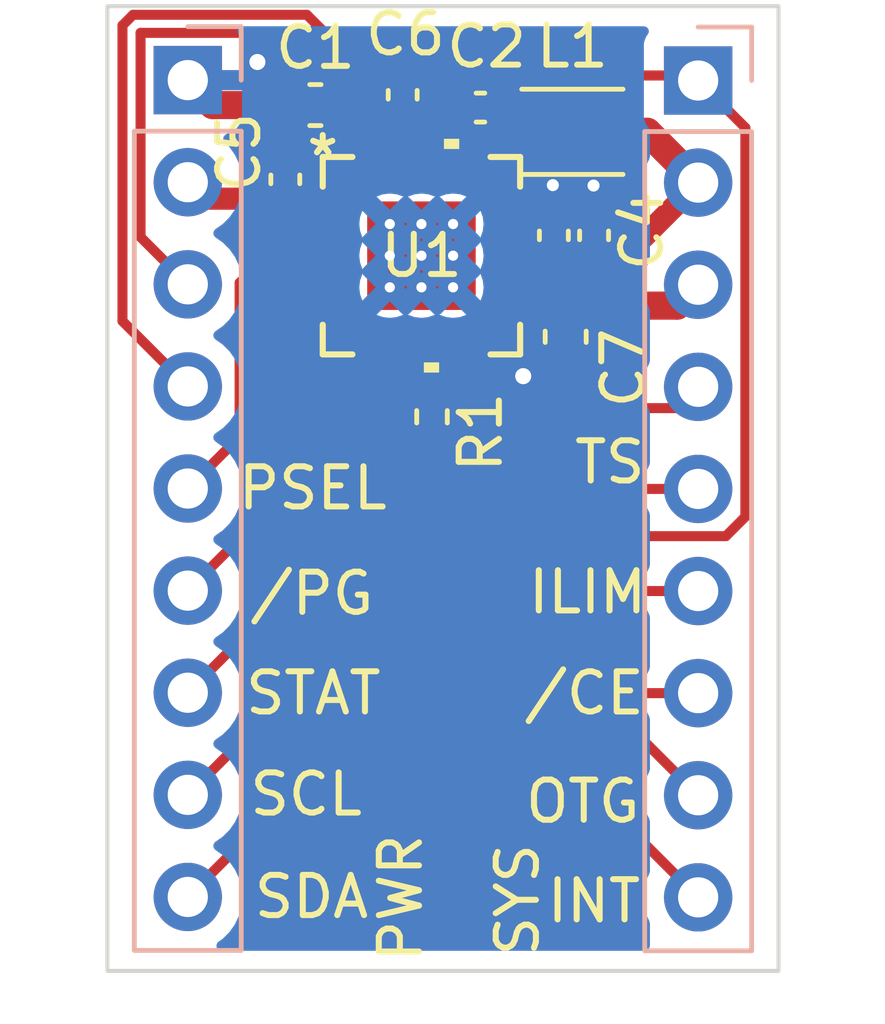
<source format=kicad_pcb>
(kicad_pcb (version 20221018) (generator pcbnew)
  (layers (0 "F.Cu" signal) (31 "B.Cu" signal) (34 "B.Paste" user) (35 "F.Paste" user) (36 "B.SilkS" user "B.Silkscreen") (37 "F.SilkS" user "F.Silkscreen") (38 "B.Mask" user) (39 "F.Mask" user) (44 "Edge.Cuts" user))
  (net 0 "")
  (net 1 "GND")
  (net 2 "/PMID")
  (net 3 "/SW")
  (net 4 "/BTST")
  (net 5 "/SYS")
  (net 6 "/VBUS")
  (net 7 "/REGN")
  (net 8 "GNDREF")
  (net 9 "/VBAT")
  (net 10 "/ILIM")
  (net 11 "/PSEL")
  (net 12 "/{slash}PG")
  (net 13 "/STAT")
  (net 14 "/SCL")
  (net 15 "/SDA")
  (net 16 "/INT")
  (net 17 "/OTG")
  (net 18 "/{slash}CE")
  (net 19 "/TS")
  (net 20 "/QON")
  (footprint "Project_Footprints:RGE24_2P7X2P7_TEX" (layer "F.Cu") (at 126.814198 64.20784)
    (fp_text reference "U1" (at 0 0 unlocked) (layer "F.SilkS"))
    (fp_text value "BQ24259RGER")
    (fp_text user "*" (at -2.456 -2.456 unlocked) (layer "F.SilkS"))
    (fp_line (start -2.456 -2.456) (end -2.456 -1.717994) (stroke (width 0.1524)) (layer "F.SilkS"))
    (fp_line (start -2.456 1.717994) (end -2.456 2.456) (stroke (width 0.1524)) (layer "F.SilkS"))
    (fp_line (start -2.456 2.456) (end -1.718309 2.456) (stroke (width 0.1524)) (layer "F.SilkS"))
    (fp_line (start -1.718309 -2.456) (end -2.456 -2.456) (stroke (width 0.1524)) (layer "F.SilkS"))
    (fp_line (start 1.718309 2.456) (end 2.456 2.456) (stroke (width 0.1524)) (layer "F.SilkS"))
    (fp_line (start 2.456 -2.456) (end 1.718309 -2.456) (stroke (width 0.1524)) (layer "F.SilkS"))
    (fp_line (start 2.456 -1.717994) (end 2.456 -2.456) (stroke (width 0.1524)) (layer "F.SilkS"))
    (fp_line (start 2.456 2.456) (end 2.456 1.717994) (stroke (width 0.1524)) (layer "F.SilkS"))
    (fp_poly (pts (xy 0.059563 2.654) (xy 0.059563 2.908) (xy 0.440563 2.908) (xy 0.440563 2.654)) (fill solid) (layer "F.SilkS"))
    (fp_poly (pts (xy 0.559689 -2.654) (xy 0.559689 -2.908) (xy 0.940689 -2.908) (xy 0.940689 -2.654)) (fill solid) (layer "F.SilkS"))
    (pad "1" smd rect (at -1.975 -1.25 90) (size 0.279908 0.849884) (layers "F.Cu" "F.Mask") (net 6 "/VBUS"))
    (pad "2" smd rect (at -1.975 -0.750001 90) (size 0.279908 0.849884) (layers "F.Cu" "F.Mask") (net 11 "/PSEL"))
    (pad "3" smd rect (at -1.975 -0.25 90) (size 0.279908 0.849884) (layers "F.Cu" "F.Mask") (net 12 "/{slash}PG"))
    (pad "4" smd rect (at -1.975 0.25 90) (size 0.279908 0.849884) (layers "F.Cu" "F.Mask") (net 13 "/STAT"))
    (pad "5" smd rect (at -1.975 0.750001 90) (size 0.279908 0.849884) (layers "F.Cu" "F.Mask") (net 14 "/SCL"))
    (pad "6" smd rect (at -1.975 1.25 90) (size 0.279908 0.849884) (layers "F.Cu" "F.Mask") (net 15 "/SDA"))
    (pad "7" smd rect (at -1.250315 1.975) (size 0.279908 0.849884) (layers "F.Cu" "F.Mask") (net 16 "/INT"))
    (pad "8" smd rect (at -0.750189 1.975) (size 0.279908 0.849884) (layers "F.Cu" "F.Mask") (net 17 "/OTG"))
    (pad "9" smd rect (at -0.250063 1.975) (size 0.279908 0.849884) (layers "F.Cu" "F.Mask") (net 18 "/{slash}CE"))
    (pad "10" smd rect (at 0.250063 1.975) (size 0.279908 0.849884) (layers "F.Cu" "F.Mask") (net 10 "/ILIM"))
    (pad "11" smd rect (at 0.750189 1.975) (size 0.279908 0.849884) (layers "F.Cu" "F.Mask") (net 19 "/TS"))
    (pad "12" smd rect (at 1.250315 1.975) (size 0.279908 0.849884) (layers "F.Cu" "F.Mask") (net 20 "/QON"))
    (pad "13" smd rect (at 1.975 1.25 90) (size 0.279908 0.849884) (layers "F.Cu" "F.Mask") (net 9 "/VBAT"))
    (pad "14" smd rect (at 1.975 0.750001 90) (size 0.279908 0.849884) (layers "F.Cu" "F.Mask") (net 9 "/VBAT"))
    (pad "15" smd rect (at 1.975 0.25 90) (size 0.279908 0.849884) (layers "F.Cu" "F.Mask") (net 5 "/SYS"))
    (pad "16" smd rect (at 1.975 -0.25 90) (size 0.279908 0.849884) (layers "F.Cu" "F.Mask") (net 5 "/SYS"))
    (pad "17" smd rect (at 1.975 -0.750001 90) (size 0.279908 0.849884) (layers "F.Cu" "F.Mask") (net 1 "GND"))
    (pad "18" smd rect (at 1.975 -1.25 90) (size 0.279908 0.849884) (layers "F.Cu" "F.Mask") (net 1 "GND"))
    (pad "19" smd rect (at 1.250315 -1.975) (size 0.279908 0.849884) (layers "F.Cu" "F.Mask") (net 3 "/SW"))
    (pad "20" smd rect (at 0.750189 -1.975) (size 0.279908 0.849884) (layers "F.Cu" "F.Mask") (net 3 "/SW"))
    (pad "21" smd rect (at 0.250063 -1.975) (size 0.279908 0.849884) (layers "F.Cu" "F.Mask") (net 4 "/BTST"))
    (pad "22" smd rect (at -0.250063 -1.975) (size 0.279908 0.849884) (layers "F.Cu" "F.Mask") (net 7 "/REGN"))
    (pad "23" smd rect (at -0.750189 -1.975) (size 0.279908 0.849884) (layers "F.Cu" "F.Mask") (net 2 "/PMID"))
    (pad "24" smd rect (at -1.250315 -1.975) (size 0.279908 0.849884) (layers "F.Cu" "F.Mask") (net 6 "/VBUS"))
    (pad "25" smd rect (at 0 0) (size 2.7 2.7) (layers "F.Cu") (net 1 "GND"))
    (pad "V" thru_hole circle (at -0.7874 -0.7874) (size 0.508 0.508) (drill 0.254) (layers "*.Cu" "*.Mask") (net 1 "GND"))
    (pad "V" thru_hole circle (at -0.7874 0) (size 0.508 0.508) (drill 0.254) (layers "*.Cu" "*.Mask") (net 1 "GND"))
    (pad "V" thru_hole circle (at -0.7874 0.7874) (size 0.508 0.508) (drill 0.254) (layers "*.Cu" "*.Mask") (net 1 "GND"))
    (pad "V" thru_hole circle (at 0 -0.7874) (size 0.508 0.508) (drill 0.254) (layers "*.Cu" "*.Mask") (net 1 "GND"))
    (pad "V" thru_hole circle (at 0 0) (size 0.508 0.508) (drill 0.254) (layers "*.Cu" "*.Mask") (net 1 "GND"))
    (pad "V" thru_hole circle (at 0 0.7874) (size 0.508 0.508) (drill 0.254) (layers "*.Cu" "*.Mask") (net 1 "GND"))
    (pad "V" thru_hole circle (at 0.7874 -0.7874) (size 0.508 0.508) (drill 0.254) (layers "*.Cu" "*.Mask") (net 1 "GND"))
    (pad "V" thru_hole circle (at 0.7874 0) (size 0.508 0.508) (drill 0.254) (layers "*.Cu" "*.Mask") (net 1 "GND"))
    (pad "V" thru_hole circle (at 0.7874 0.7874) (size 0.508 0.508) (drill 0.254) (layers "*.Cu" "*.Mask") (net 1 "GND"))
  )
  (footprint "Capacitor_SMD:C_0402_1005Metric" (layer "F.Cu") (at 126.34722 60.204912 90)
    (fp_text reference "C6" (at 1.509497 0.067888 180) (layer "F.SilkS"))
    (fp_text value "4u7")
    (fp_line (start -0.107836 -0.36) (end 0.107836 -0.36) (stroke (width 0.12)) (layer "F.SilkS"))
    (fp_line (start -0.107836 0.36) (end 0.107836 0.36) (stroke (width 0.12)) (layer "F.SilkS"))
    (pad "1" smd roundrect (at -0.48 0 90) (size 0.56 0.62) (layers "F.Cu" "F.Paste" "F.Mask") (net 7 "/REGN"))
    (pad "2" smd roundrect (at 0.48 0 90) (size 0.56 0.62) (layers "F.Cu" "F.Paste" "F.Mask") (net 8 "GNDREF"))
  )
  (footprint "Capacitor_SMD:C_0603_1608Metric" (layer "F.Cu") (at 130.403034 66.225 -90)
    (fp_text reference "C7" (at 0.775 -1.43 90) (layer "F.SilkS"))
    (fp_text value "10u")
    (fp_line (start -0.14058 -0.51) (end 0.14058 -0.51) (stroke (width 0.12)) (layer "F.SilkS"))
    (fp_line (start -0.14058 0.51) (end 0.14058 0.51) (stroke (width 0.12)) (layer "F.SilkS"))
    (pad "1" smd roundrect (at -0.775 0 270) (size 0.9 0.95) (layers "F.Cu" "F.Paste" "F.Mask") (net 9 "/VBAT"))
    (pad "2" smd roundrect (at 0.775 0 270) (size 0.9 0.95) (layers "F.Cu" "F.Paste" "F.Mask") (net 1 "GND"))
  )
  (footprint "Inductor_SMD:L_Murata_DFE201610P" (layer "F.Cu") (at 130.569337 61.126126)
    (fp_text reference "L1" (at 0 -2.126126) (layer "F.SilkS"))
    (fp_text value "1u")
    (fp_line (start -1.26 -1.06) (end 1.26 -1.06) (stroke (width 0.12)) (layer "F.SilkS"))
    (fp_line (start -1.26 1.06) (end 1.26 1.06) (stroke (width 0.12)) (layer "F.SilkS"))
    (pad "1" smd rect (at -0.725 0) (size 0.55 1.6) (layers "F.Cu" "F.Paste" "F.Mask") (net 3 "/SW"))
    (pad "2" smd rect (at 0.725 0) (size 0.55 1.6) (layers "F.Cu" "F.Paste" "F.Mask") (net 5 "/SYS"))
  )
  (footprint "Capacitor_SMD:C_0603_1608Metric" (layer "F.Cu") (at 124.17541 60.460915)
    (fp_text reference "C1" (at 0 -1.43) (layer "F.SilkS"))
    (fp_text value "22u")
    (fp_line (start -0.14058 -0.51) (end 0.14058 -0.51) (stroke (width 0.12)) (layer "F.SilkS"))
    (fp_line (start -0.14058 0.51) (end 0.14058 0.51) (stroke (width 0.12)) (layer "F.SilkS"))
    (pad "1" smd roundrect (at -0.775 0) (size 0.9 0.95) (layers "F.Cu" "F.Paste" "F.Mask") (net 1 "GND"))
    (pad "2" smd roundrect (at 0.775 0) (size 0.9 0.95) (layers "F.Cu" "F.Paste" "F.Mask") (net 2 "/PMID"))
  )
  (footprint "Capacitor_SMD:C_0402_1005Metric" (layer "F.Cu") (at 131.109821 63.701941 90)
    (fp_text reference "C4" (at 0.11766 1.190586 90) (layer "F.SilkS"))
    (fp_text value "10u")
    (fp_line (start -0.107836 -0.36) (end 0.107836 -0.36) (stroke (width 0.12)) (layer "F.SilkS"))
    (fp_line (start -0.107836 0.36) (end 0.107836 0.36) (stroke (width 0.12)) (layer "F.SilkS"))
    (pad "1" smd roundrect (at -0.48 0 90) (size 0.56 0.62) (layers "F.Cu" "F.Paste" "F.Mask") (net 5 "/SYS"))
    (pad "2" smd roundrect (at 0.48 0 90) (size 0.56 0.62) (layers "F.Cu" "F.Paste" "F.Mask") (net 1 "GND"))
  )
  (footprint "Capacitor_SMD:C_0402_1005Metric" (layer "F.Cu") (at 128.282673 60.523279 180)
    (fp_text reference "C2" (at -0.152826 1.523279) (layer "F.SilkS"))
    (fp_text value "47n")
    (fp_line (start -0.107836 -0.36) (end 0.107836 -0.36) (stroke (width 0.12)) (layer "F.SilkS"))
    (fp_line (start -0.107836 0.36) (end 0.107836 0.36) (stroke (width 0.12)) (layer "F.SilkS"))
    (pad "1" smd roundrect (at -0.48 0 180) (size 0.56 0.62) (layers "F.Cu" "F.Paste" "F.Mask") (net 3 "/SW"))
    (pad "2" smd roundrect (at 0.48 0 180) (size 0.56 0.62) (layers "F.Cu" "F.Paste" "F.Mask") (net 4 "/BTST"))
  )
  (footprint "Capacitor_SMD:C_0402_1005Metric" (layer "F.Cu") (at 130.109821 63.701941 90)
    (fp_text reference "C3" hide)
    (fp_text value "10u")
    (fp_line (start -0.107836 -0.36) (end 0.107836 -0.36) (stroke (width 0.12)) (layer "F.SilkS"))
    (fp_line (start -0.107836 0.36) (end 0.107836 0.36) (stroke (width 0.12)) (layer "F.SilkS"))
    (pad "1" smd roundrect (at -0.48 0 90) (size 0.56 0.62) (layers "F.Cu" "F.Paste" "F.Mask") (net 5 "/SYS"))
    (pad "2" smd roundrect (at 0.48 0 90) (size 0.56 0.62) (layers "F.Cu" "F.Paste" "F.Mask") (net 1 "GND"))
  )
  (footprint "Capacitor_SMD:C_0402_1005Metric" (layer "F.Cu") (at 123.427048 62.309154 -90)
    (fp_text reference "C5" (at -0.670453 1.152494 -90) (layer "F.SilkS"))
    (fp_text value "1u")
    (fp_line (start -0.107836 -0.36) (end 0.107836 -0.36) (stroke (width 0.12)) (layer "F.SilkS"))
    (fp_line (start -0.107836 0.36) (end 0.107836 0.36) (stroke (width 0.12)) (layer "F.SilkS"))
    (pad "1" smd roundrect (at -0.48 0 270) (size 0.56 0.62) (layers "F.Cu" "F.Paste" "F.Mask") (net 1 "GND"))
    (pad "2" smd roundrect (at 0.48 0 270) (size 0.56 0.62) (layers "F.Cu" "F.Paste" "F.Mask") (net 6 "/VBUS"))
  )
  (footprint "Resistor_SMD:R_0402_1005Metric" (layer "F.Cu") (at 127.076977 68.214784 90)
    (fp_text reference "R1" (at -0.38304 1.208863 90) (layer "F.SilkS"))
    (fp_text value "220")
    (fp_line (start -0.153641 -0.38) (end 0.153641 -0.38) (stroke (width 0.12)) (layer "F.SilkS"))
    (fp_line (start -0.153641 0.38) (end 0.153641 0.38) (stroke (width 0.12)) (layer "F.SilkS"))
    (pad "1" smd roundrect (at -0.51 0 90) (size 0.54 0.64) (layers "F.Cu" "F.Paste" "F.Mask") (net 8 "GNDREF"))
    (pad "2" smd roundrect (at 0.51 0 90) (size 0.54 0.64) (layers "F.Cu" "F.Paste" "F.Mask") (net 10 "/ILIM"))
  )
  (footprint "Connector_PinHeader_2.54mm:PinHeader_1x09_P2.54mm_Vertical" (layer "B.Cu") (at 133.7 59.85 180)
    (fp_text reference "J2" hide)
    (fp_text value "Conn_01x09")
    (fp_line (start -1.33 -21.65) (end 1.33 -21.65) (stroke (width 0.12)) (layer "B.SilkS"))
    (fp_line (start -1.33 -1.27) (end -1.33 -21.65) (stroke (width 0.12)) (layer "B.SilkS"))
    (fp_line (start -1.33 -1.27) (end 1.33 -1.27) (stroke (width 0.12)) (layer "B.SilkS"))
    (fp_line (start -1.33 0) (end -1.33 1.33) (stroke (width 0.12)) (layer "B.SilkS"))
    (fp_line (start -1.33 1.33) (end 0 1.33) (stroke (width 0.12)) (layer "B.SilkS"))
    (fp_line (start 1.33 -1.27) (end 1.33 -21.65) (stroke (width 0.12)) (layer "B.SilkS"))
    (pad "1" thru_hole rect (at 0 0 180) (size 1.7 1.7) (drill 1) (layers "*.Cu" "*.Mask") (net 8 "GNDREF"))
    (pad "2" thru_hole oval (at 0 -2.54 180) (size 1.7 1.7) (drill 1) (layers "*.Cu" "*.Mask") (net 5 "/SYS"))
    (pad "3" thru_hole oval (at 0 -5.08 180) (size 1.7 1.7) (drill 1) (layers "*.Cu" "*.Mask") (net 9 "/VBAT"))
    (pad "4" thru_hole oval (at 0 -7.62 180) (size 1.7 1.7) (drill 1) (layers "*.Cu" "*.Mask") (net 20 "/QON"))
    (pad "5" thru_hole oval (at 0 -10.16 180) (size 1.7 1.7) (drill 1) (layers "*.Cu" "*.Mask") (net 19 "/TS"))
    (pad "6" thru_hole oval (at 0 -12.7 180) (size 1.7 1.7) (drill 1) (layers "*.Cu" "*.Mask") (net 10 "/ILIM"))
    (pad "7" thru_hole oval (at 0 -15.24 180) (size 1.7 1.7) (drill 1) (layers "*.Cu" "*.Mask") (net 18 "/{slash}CE"))
    (pad "8" thru_hole oval (at 0 -17.78 180) (size 1.7 1.7) (drill 1) (layers "*.Cu" "*.Mask") (net 17 "/OTG"))
    (pad "9" thru_hole oval (at 0 -20.32 180) (size 1.7 1.7) (drill 1) (layers "*.Cu" "*.Mask") (net 16 "/INT"))
  )
  (footprint "Connector_PinHeader_2.54mm:PinHeader_1x09_P2.54mm_Vertical" (layer "B.Cu") (at 121 59.84 180)
    (fp_text reference "J1" hide)
    (fp_text value "Conn_01x09")
    (fp_line (start -1.33 -21.65) (end 1.33 -21.65) (stroke (width 0.12)) (layer "B.SilkS"))
    (fp_line (start -1.33 -1.27) (end -1.33 -21.65) (stroke (width 0.12)) (layer "B.SilkS"))
    (fp_line (start -1.33 -1.27) (end 1.33 -1.27) (stroke (width 0.12)) (layer "B.SilkS"))
    (fp_line (start -1.33 0) (end -1.33 1.33) (stroke (width 0.12)) (layer "B.SilkS"))
    (fp_line (start -1.33 1.33) (end 0 1.33) (stroke (width 0.12)) (layer "B.SilkS"))
    (fp_line (start 1.33 -1.27) (end 1.33 -21.65) (stroke (width 0.12)) (layer "B.SilkS"))
    (pad "1" thru_hole rect (at 0 0 180) (size 1.7 1.7) (drill 1) (layers "*.Cu" "*.Mask") (net 1 "GND"))
    (pad "2" thru_hole oval (at 0 -2.54 180) (size 1.7 1.7) (drill 1) (layers "*.Cu" "*.Mask") (net 6 "/VBUS"))
    (pad "3" thru_hole oval (at 0 -5.08 180) (size 1.7 1.7) (drill 1) (layers "*.Cu" "*.Mask") (net 2 "/PMID"))
    (pad "4" thru_hole oval (at 0 -7.62 180) (size 1.7 1.7) (drill 1) (layers "*.Cu" "*.Mask") (net 7 "/REGN"))
    (pad "5" thru_hole oval (at 0 -10.16 180) (size 1.7 1.7) (drill 1) (layers "*.Cu" "*.Mask") (net 11 "/PSEL"))
    (pad "6" thru_hole oval (at 0 -12.7 180) (size 1.7 1.7) (drill 1) (layers "*.Cu" "*.Mask") (net 12 "/{slash}PG"))
    (pad "7" thru_hole oval (at 0 -15.24 180) (size 1.7 1.7) (drill 1) (layers "*.Cu" "*.Mask") (net 13 "/STAT"))
    (pad "8" thru_hole oval (at 0 -17.78 180) (size 1.7 1.7) (drill 1) (layers "*.Cu" "*.Mask") (net 14 "/SCL"))
    (pad "9" thru_hole oval (at 0 -20.32 180) (size 1.7 1.7) (drill 1) (layers "*.Cu" "*.Mask") (net 15 "/SDA"))
  )
  (gr_rect (start 119 58.002249) (end 135.7 82) (stroke (width 0.1)) (fill none) (layer "Edge.Cuts"))
  (gr_text "/CE" (at 129.289575 75.676177) (layer "F.SilkS") (effects (font (size 1 1)) (justify left bottom)))
  (gr_text "INT" (at 129.864263 80.848377) (layer "F.SilkS") (effects (font (size 1 1)) (justify left bottom)))
  (gr_text "OTG" (at 129.325493 78.370031) (layer "F.SilkS") (effects (font (size 1 1)) (justify left bottom)))
  (gr_text "SDA" (at 122.572898 80.740623) (layer "F.SilkS") (effects (font (size 1 1)) (justify left bottom)))
  (gr_text "PSEL" (at 122.177799 70.575812) (layer "F.SilkS") (effects (font (size 1 1)) (justify left bottom)))
  (gr_text "PWR" (at 126.883065 81.854082 90) (layer "F.SilkS") (effects (font (size 1 1)) (justify left bottom)))
  (gr_text "SCL" (at 122.465144 78.190441) (layer "F.SilkS") (effects (font (size 1 1)) (justify left bottom)))
  (gr_text "TS" (at 130.546707 69.929287) (layer "F.SilkS") (effects (font (size 1 1)) (justify left bottom)))
  (gr_text "SYS" (at 129.792427 81.71041 90) (layer "F.SilkS") (effects (font (size 1 1)) (justify left bottom)))
  (gr_text "STAT" (at 122.35739 75.676177) (layer "F.SilkS") (effects (font (size 1 1)) (justify left bottom)))
  (gr_text "/PG" (at 122.465144 73.197831) (layer "F.SilkS") (effects (font (size 1 1)) (justify left bottom)))
  (gr_text "ILIM" (at 129.397329 73.161913) (layer "F.SilkS") (effects (font (size 1 1)) (justify left bottom)))
  (segment (start 130.403034 67) (end 129.552132 67) (width 0.55) (layer "F.Cu") (net 1))
  (segment (start 123.40041 60.460915) (end 121.620915 60.460915) (width 0.7) (layer "F.Cu") (net 1))
  (segment (start 128.89005 63.221941) (end 128.789198 63.322793) (width 0.55) (layer "F.Cu") (net 1))
  (segment (start 123.40041 60.460915) (end 123.40041 60.058315) (width 0.55) (layer "F.Cu") (net 1))
  (segment (start 130.109821 63.221941) (end 128.89005 63.221941) (width 0.55) (layer "F.Cu") (net 1))
  (segment (start 130.109821 63.221941) (end 130.109821 62.478788) (width 0.55) (layer "F.Cu") (net 1))
  (segment (start 130.109821 62.478788) (end 130.084069 62.453036) (width 0.55) (layer "F.Cu") (net 1))
  (segment (start 131.109821 62.476288) (end 131.096594 62.463061) (width 0.55) (layer "F.Cu") (net 1))
  (segment (start 131.109821 63.221941) (end 131.109821 62.476288) (width 0.55) (layer "F.Cu") (net 1))
  (segment (start 129.552132 67) (end 129.34722 67.204912) (width 0.55) (layer "F.Cu") (net 1))
  (segment (start 123.40041 60.058315) (end 122.732095 59.39) (width 0.55) (layer "F.Cu") (net 1))
  (segment (start 121.620915 60.460915) (end 121 59.84) (width 0.7) (layer "F.Cu") (net 1))
  (segment (start 123.40041 61.802516) (end 123.427048 61.829154) (width 0.55) (layer "F.Cu") (net 1))
  (segment (start 131.109821 63.221941) (end 130.109821 63.221941) (width 0.55) (layer "F.Cu") (net 1))
  (segment (start 123.40041 60.460915) (end 123.40041 61.802516) (width 0.55) (layer "F.Cu") (net 1))
  (via (at 130.084069 62.453036) (size 0.5) (drill 0.3) (layers "F.Cu" "B.Cu") (net 1))
  (via (at 131.096594 62.463061) (size 0.5) (drill 0.3) (layers "F.Cu" "B.Cu") (net 1))
  (via (at 122.732095 59.39) (size 0.8) (drill 0.4) (layers "F.Cu" "B.Cu") (net 1))
  (via (at 129.34722 67.204912) (size 0.8) (drill 0.4) (layers "F.Cu" "B.Cu") (net 1))
  (segment (start 124.95041 60.460915) (end 123.154495 58.665) (width 0.25) (layer "F.Cu") (net 2))
  (segment (start 123.154495 58.665) (end 119.825 58.665) (width 0.25) (layer "F.Cu") (net 2))
  (segment (start 119.825 58.665) (end 119.825 63.745) (width 0.25) (layer "F.Cu") (net 2))
  (segment (start 119.825 63.745) (end 121 64.92) (width 0.25) (layer "F.Cu") (net 2))
  (segment (start 126.064009 62.23284) (end 126.064009 61.574514) (width 0.25) (layer "F.Cu") (net 2))
  (segment (start 126.064009 61.574514) (end 124.95041 60.460915) (width 0.25) (layer "F.Cu") (net 2))
  (segment (start 128.762673 61.02787) (end 128.860929 61.126126) (width 0.55) (layer "F.Cu") (net 3))
  (segment (start 129.844337 61.126126) (end 128.860929 61.126126) (width 0.7) (layer "F.Cu") (net 3))
  (segment (start 128.762673 60.523279) (end 128.762673 61.02787) (width 0.55) (layer "F.Cu") (net 3))
  (segment (start 128.860929 61.126126) (end 127.754215 62.23284) (width 0.7) (layer "F.Cu") (net 3))
  (segment (start 127.064261 61.261691) (end 127.802673 60.523279) (width 0.25) (layer "F.Cu") (net 4))
  (segment (start 127.064261 62.23284) (end 127.064261 61.261691) (width 0.25) (layer "F.Cu") (net 4))
  (segment (start 131.109821 64.181941) (end 131.908059 64.181941) (width 0.55) (layer "F.Cu") (net 5))
  (segment (start 130.109821 64.181941) (end 128.898346 64.181941) (width 0.55) (layer "F.Cu") (net 5))
  (segment (start 131.294337 61.126126) (end 132.436126 61.126126) (width 0.7) (layer "F.Cu") (net 5))
  (segment (start 131.908059 64.181941) (end 133.7 62.39) (width 0.55) (layer "F.Cu") (net 5))
  (segment (start 128.898346 64.181941) (end 128.789198 64.072793) (width 0.55) (layer "F.Cu") (net 5))
  (segment (start 132.436126 61.126126) (end 133.7 62.39) (width 0.7) (layer "F.Cu") (net 5))
  (segment (start 130.109821 64.181941) (end 131.109821 64.181941) (width 0.55) (layer "F.Cu") (net 5))
  (segment (start 124.582884 62.789154) (end 125.139198 62.23284) (width 0.55) (layer "F.Cu") (net 6))
  (segment (start 121.409154 62.789154) (end 121 62.38) (width 0.55) (layer "F.Cu") (net 6))
  (segment (start 125.139198 62.23284) (end 125.449055 62.23284) (width 0.55) (layer "F.Cu") (net 6))
  (segment (start 123.427048 62.789154) (end 121.409154 62.789154) (width 0.55) (layer "F.Cu") (net 6))
  (segment (start 123.427048 62.789154) (end 124.582884 62.789154) (width 0.55) (layer "F.Cu") (net 6))
  (segment (start 125.72541 59.976863) (end 123.963547 58.215) (width 0.25) (layer "F.Cu") (net 7))
  (segment (start 126.564135 62.23284) (end 126.564135 60.901827) (width 0.25) (layer "F.Cu") (net 7))
  (segment (start 119.638604 58.215) (end 119.375 58.478604) (width 0.25) (layer "F.Cu") (net 7))
  (segment (start 126.33573 60.684912) (end 125.72541 60.074592) (width 0.25) (layer "F.Cu") (net 7))
  (segment (start 119.375 58.478604) (end 119.375 65.835) (width 0.25) (layer "F.Cu") (net 7))
  (segment (start 123.963547 58.215) (end 119.638604 58.215) (width 0.25) (layer "F.Cu") (net 7))
  (segment (start 126.564135 60.901827) (end 126.34722 60.684912) (width 0.25) (layer "F.Cu") (net 7))
  (segment (start 125.72541 60.074592) (end 125.72541 59.976863) (width 0.25) (layer "F.Cu") (net 7))
  (segment (start 126.34722 60.684912) (end 126.33573 60.684912) (width 0.25) (layer "F.Cu") (net 7))
  (segment (start 119.375 65.835) (end 121 67.46) (width 0.25) (layer "F.Cu") (net 7))
  (segment (start 129.537193 71.185) (end 134.39 71.185) (width 0.25) (layer "F.Cu") (net 8))
  (segment (start 126.34722 59.724912) (end 133.574912 59.724912) (width 0.25) (layer "F.Cu") (net 8))
  (segment (start 133.574912 59.724912) (end 133.7 59.85) (width 0.25) (layer "F.Cu") (net 8))
  (segment (start 134.875 61.025) (end 133.7 59.85) (width 0.25) (layer "F.Cu") (net 8))
  (segment (start 127.076977 68.724784) (end 129.537193 71.185) (width 0.25) (layer "F.Cu") (net 8))
  (segment (start 134.39 71.185) (end 134.875 70.7) (width 0.25) (layer "F.Cu") (net 8))
  (segment (start 134.875 70.7) (end 134.875 61.025) (width 0.25) (layer "F.Cu") (net 8))
  (segment (start 129.091404 65.45) (end 128.789198 65.147794) (width 0.7) (layer "F.Cu") (net 9))
  (segment (start 133.18 65.45) (end 133.7 64.93) (width 0.7) (layer "F.Cu") (net 9))
  (segment (start 130.403034 65.45) (end 129.091404 65.45) (width 0.7) (layer "F.Cu") (net 9))
  (segment (start 130.403034 65.45) (end 133.18 65.45) (width 0.7) (layer "F.Cu") (net 9))
  (segment (start 127.064261 67.692068) (end 127.076977 67.704784) (width 0.25) (layer "F.Cu") (net 10))
  (segment (start 126.431977 69.054064) (end 129.927913 72.55) (width 0.25) (layer "F.Cu") (net 10))
  (segment (start 127.076977 67.704784) (end 126.431977 68.349784) (width 0.25) (layer "F.Cu") (net 10))
  (segment (start 129.927913 72.55) (end 133.7 72.55) (width 0.25) (layer "F.Cu") (net 10))
  (segment (start 126.431977 68.349784) (end 126.431977 69.054064) (width 0.25) (layer "F.Cu") (net 10))
  (segment (start 127.064261 66.18284) (end 127.064261 67.692068) (width 0.25) (layer "F.Cu") (net 10))
  (segment (start 122.289256 64.883698) (end 122.289256 68.710744) (width 0.25) (layer "F.Cu") (net 11))
  (segment (start 124.839198 63.457839) (end 123.715115 63.457839) (width 0.25) (layer "F.Cu") (net 11))
  (segment (start 122.289256 68.710744) (end 121 70) (width 0.25) (layer "F.Cu") (net 11))
  (segment (start 123.715115 63.457839) (end 122.289256 64.883698) (width 0.25) (layer "F.Cu") (net 11))
  (segment (start 122.739256 70.800744) (end 121 72.54) (width 0.25) (layer "F.Cu") (net 12))
  (segment (start 124.839198 63.95784) (end 123.85151 63.95784) (width 0.25) (layer "F.Cu") (net 12))
  (segment (start 123.85151 63.95784) (end 122.739256 65.070094) (width 0.25) (layer "F.Cu") (net 12))
  (segment (start 122.739256 65.070094) (end 122.739256 70.800744) (width 0.25) (layer "F.Cu") (net 12))
  (segment (start 123.189256 72.890744) (end 121 75.08) (width 0.25) (layer "F.Cu") (net 13))
  (segment (start 123.987906 64.45784) (end 123.189256 65.25649) (width 0.25) (layer "F.Cu") (net 13))
  (segment (start 123.189256 65.25649) (end 123.189256 72.890744) (width 0.25) (layer "F.Cu") (net 13))
  (segment (start 124.839198 64.45784) (end 123.987906 64.45784) (width 0.25) (layer "F.Cu") (net 13))
  (segment (start 124.839198 64.957841) (end 124.124301 64.957841) (width 0.25) (layer "F.Cu") (net 14))
  (segment (start 123.639256 74.980744) (end 121 77.62) (width 0.25) (layer "F.Cu") (net 14))
  (segment (start 124.124301 64.957841) (end 123.639256 65.442886) (width 0.25) (layer "F.Cu") (net 14))
  (segment (start 123.639256 65.442886) (end 123.639256 74.980744) (width 0.25) (layer "F.Cu") (net 14))
  (segment (start 124.839198 65.45784) (end 124.089256 66.207782) (width 0.25) (layer "F.Cu") (net 15))
  (segment (start 124.089256 77.070744) (end 121 80.16) (width 0.25) (layer "F.Cu") (net 15))
  (segment (start 124.089256 66.207782) (end 124.089256 77.070744) (width 0.25) (layer "F.Cu") (net 15))
  (segment (start 125.081977 71.551977) (end 133.7 80.17) (width 0.25) (layer "F.Cu") (net 16))
  (segment (start 125.081977 66.664746) (end 125.081977 71.551977) (width 0.25) (layer "F.Cu") (net 16))
  (segment (start 125.563883 66.18284) (end 125.081977 66.664746) (width 0.25) (layer "F.Cu") (net 16))
  (segment (start 126.064009 67.107076) (end 125.531977 67.639108) (width 0.25) (layer "F.Cu") (net 17))
  (segment (start 125.531977 67.639108) (end 125.531977 69.461977) (width 0.25) (layer "F.Cu") (net 17))
  (segment (start 126.064009 66.18284) (end 126.064009 67.107076) (width 0.25) (layer "F.Cu") (net 17))
  (segment (start 125.531977 69.461977) (end 133.7 77.63) (width 0.25) (layer "F.Cu") (net 17))
  (segment (start 126.564135 67.243346) (end 125.981977 67.825504) (width 0.25) (layer "F.Cu") (net 18))
  (segment (start 125.981977 69.24046) (end 131.831517 75.09) (width 0.25) (layer "F.Cu") (net 18))
  (segment (start 131.831517 75.09) (end 133.7 75.09) (width 0.25) (layer "F.Cu") (net 18))
  (segment (start 125.981977 67.825504) (end 125.981977 69.24046) (width 0.25) (layer "F.Cu") (net 18))
  (segment (start 126.564135 66.18284) (end 126.564135 67.243346) (width 0.25) (layer "F.Cu") (net 18))
  (segment (start 130.356473 70.01) (end 133.7 70.01) (width 0.25) (layer "F.Cu") (net 19))
  (segment (start 127.564387 67.217914) (end 130.356473 70.01) (width 0.25) (layer "F.Cu") (net 19))
  (segment (start 127.564387 66.18284) (end 127.564387 67.217914) (width 0.25) (layer "F.Cu") (net 19))
  (segment (start 128.064513 66.94751) (end 129.117003 68) (width 0.25) (layer "F.Cu") (net 20))
  (segment (start 129.117003 68) (end 133.17 68) (width 0.25) (layer "F.Cu") (net 20))
  (segment (start 128.064513 66.18284) (end 128.064513 66.94751) (width 0.25) (layer "F.Cu") (net 20))
  (segment (start 133.17 68) (end 133.7 67.47) (width 0.25) (layer "F.Cu") (net 20))
  (zone (net 1) (net_name "GND") (layer "B.Cu") (connect_pads (clearance 0.5)) (min_thickness 0.25) (fill yes (thermal_gap 0.5) (thermal_bridge_width 0.5))
    (polygon (pts (xy 119.5 58.5) (xy 132.5 58.5) (xy 132.5 81.5) (xy 119.5 81.5)))
  )
)
</source>
